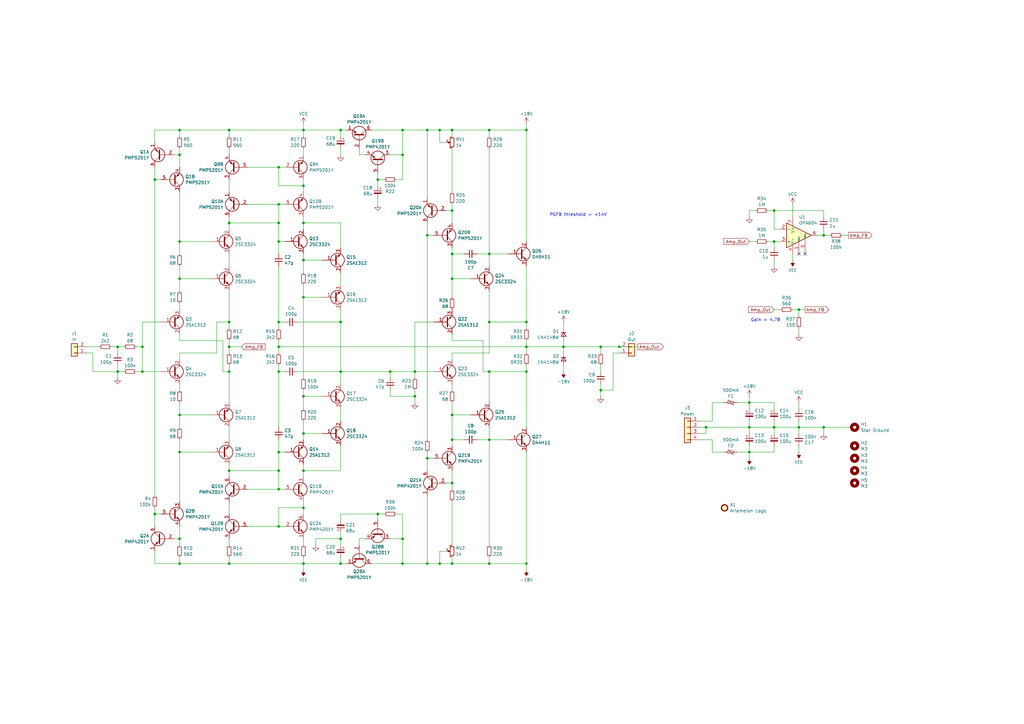
<source format=kicad_sch>
(kicad_sch (version 20230121) (generator eeschema)
  (paper "A3")
  (junction (at 215.9 152.4))
  (junction (at 139.7 132.08))
  (junction (at 124.46 177.8))
  (junction (at 165.1 231.14))
  (junction (at 185.42 53.34))
  (junction (at 246.38 142.24))
  (junction (at 93.98 193.04))
  (junction (at 185.42 86.36))
  (junction (at 200.66 152.4))
  (junction (at 139.7 231.14))
  (junction (at 200.66 132.08))
  (junction (at 317.5 175.26))
  (junction (at 160.02 152.4))
  (junction (at 215.9 132.08))
  (junction (at 73.66 231.14))
  (junction (at 180.34 53.34))
  (junction (at 139.7 152.4))
  (junction (at 307.34 185.42))
  (junction (at 337.82 175.26))
  (junction (at 154.94 210.82))
  (junction (at 114.3 142.24))
  (junction (at 175.26 231.14))
  (junction (at 73.66 99.06))
  (junction (at 254 142.24))
  (junction (at 48.26 152.4))
  (junction (at 93.98 152.4))
  (junction (at 185.42 198.12))
  (junction (at 180.34 231.14))
  (junction (at 73.66 114.3))
  (junction (at 114.3 200.66))
  (junction (at 231.14 142.24))
  (junction (at 215.9 142.24))
  (junction (at 114.3 68.58))
  (junction (at 165.1 53.34))
  (junction (at 93.98 53.34))
  (junction (at 215.9 53.34))
  (junction (at 200.66 231.14))
  (junction (at 327.66 175.26))
  (junction (at 124.46 53.34))
  (junction (at 93.98 142.24))
  (junction (at 63.5 210.82))
  (junction (at 307.34 175.26))
  (junction (at 289.56 175.26))
  (junction (at 48.26 142.24))
  (junction (at 307.34 165.1))
  (junction (at 215.9 231.14))
  (junction (at 200.66 53.34))
  (junction (at 175.26 96.52))
  (junction (at 93.98 91.44))
  (junction (at 93.98 132.08))
  (junction (at 170.18 152.4))
  (junction (at 124.46 193.04))
  (junction (at 175.26 53.34))
  (junction (at 114.3 185.42))
  (junction (at 93.98 231.14))
  (junction (at 154.94 73.66))
  (junction (at 185.42 170.18))
  (junction (at 317.5 99.06))
  (junction (at 200.66 104.14))
  (junction (at 73.66 170.18))
  (junction (at 165.1 220.98))
  (junction (at 165.1 63.5))
  (junction (at 185.42 180.34))
  (junction (at 73.66 53.34))
  (junction (at 185.42 231.14))
  (junction (at 114.3 99.06))
  (junction (at 114.3 132.08))
  (junction (at 124.46 91.44))
  (junction (at 337.82 96.52))
  (junction (at 114.3 91.44))
  (junction (at 170.18 162.56))
  (junction (at 124.46 106.68))
  (junction (at 73.66 63.5))
  (junction (at 114.3 215.9))
  (junction (at 139.7 220.98))
  (junction (at 139.7 53.34))
  (junction (at 175.26 187.96))
  (junction (at 63.5 73.66))
  (junction (at 73.66 185.42))
  (junction (at 327.66 127))
  (junction (at 124.46 162.56))
  (junction (at 124.46 231.14))
  (junction (at 200.66 180.34))
  (junction (at 317.5 86.36))
  (junction (at 185.42 114.3))
  (junction (at 124.46 76.2))
  (junction (at 124.46 208.28))
  (junction (at 58.42 152.4))
  (junction (at 114.3 152.4))
  (junction (at 114.3 193.04))
  (junction (at 114.3 83.82))
  (junction (at 185.42 104.14))
  (junction (at 58.42 142.24))
  (junction (at 73.66 220.98))
  (junction (at 246.38 160.02))
  (junction (at 124.46 121.92))
  (no_connect (at 327.66 104.14))
  (no_connect (at 330.2 104.14))
  (wire (pts (xy 307.34 175.26) (xy 317.5 175.26)))
  (wire (pts (xy 200.66 104.14) (xy 200.66 109.22)))
  (wire (pts (xy 124.46 162.56) (xy 124.46 167.64)))
  (wire (pts (xy 93.98 152.4) (xy 93.98 165.1)))
  (wire (pts (xy 48.26 142.24) (xy 50.8 142.24)))
  (wire (pts (xy 231.14 142.24) (xy 246.38 142.24)))
  (wire (pts (xy 114.3 132.08) (xy 114.3 134.62)))
  (wire (pts (xy 73.66 109.22) (xy 73.66 114.3)))
  (wire (pts (xy 114.3 185.42) (xy 116.84 185.42)))
  (wire (pts (xy 325.12 83.82) (xy 325.12 88.9)))
  (wire (pts (xy 139.7 210.82) (xy 154.94 210.82)))
  (wire (pts (xy 114.3 208.28) (xy 114.3 215.9)))
  (wire (pts (xy 307.34 162.56) (xy 307.34 165.1)))
  (wire (pts (xy 93.98 193.04) (xy 114.3 193.04)))
  (wire (pts (xy 185.42 137.16) (xy 185.42 139.7)))
  (wire (pts (xy 73.66 63.5) (xy 71.12 63.5)))
  (wire (pts (xy 124.46 177.8) (xy 124.46 180.34)))
  (wire (pts (xy 73.66 185.42) (xy 86.36 185.42)))
  (wire (pts (xy 73.66 170.18) (xy 73.66 175.26)))
  (wire (pts (xy 73.66 60.96) (xy 73.66 63.5)))
  (wire (pts (xy 73.66 78.74) (xy 73.66 99.06)))
  (wire (pts (xy 215.9 142.24) (xy 231.14 142.24)))
  (wire (pts (xy 114.3 142.24) (xy 215.9 142.24)))
  (wire (pts (xy 215.9 132.08) (xy 215.9 134.62)))
  (wire (pts (xy 180.34 58.42) (xy 180.34 53.34)))
  (wire (pts (xy 200.66 119.38) (xy 200.66 132.08)))
  (wire (pts (xy 215.9 231.14) (xy 200.66 231.14)))
  (wire (pts (xy 297.18 185.42) (xy 292.1 185.42)))
  (wire (pts (xy 139.7 167.64) (xy 139.7 172.72)))
  (wire (pts (xy 114.3 200.66) (xy 116.84 200.66)))
  (wire (pts (xy 177.8 132.08) (xy 170.18 132.08)))
  (wire (pts (xy 314.96 99.06) (xy 317.5 99.06)))
  (wire (pts (xy 114.3 185.42) (xy 114.3 193.04)))
  (wire (pts (xy 114.3 68.58) (xy 116.84 68.58)))
  (wire (pts (xy 175.26 96.52) (xy 175.26 180.34)))
  (wire (pts (xy 88.9 144.78) (xy 88.9 132.08)))
  (wire (pts (xy 63.5 68.58) (xy 63.5 73.66)))
  (wire (pts (xy 185.42 223.52) (xy 185.42 205.74)))
  (wire (pts (xy 160.02 152.4) (xy 170.18 152.4)))
  (wire (pts (xy 93.98 149.86) (xy 93.98 152.4)))
  (wire (pts (xy 58.42 142.24) (xy 58.42 152.4)))
  (wire (pts (xy 93.98 190.5) (xy 93.98 193.04)))
  (wire (pts (xy 114.3 109.22) (xy 114.3 132.08)))
  (wire (pts (xy 73.66 99.06) (xy 86.36 99.06)))
  (wire (pts (xy 185.42 144.78) (xy 200.66 144.78)))
  (wire (pts (xy 73.66 144.78) (xy 88.9 144.78)))
  (wire (pts (xy 93.98 142.24) (xy 99.06 142.24)))
  (wire (pts (xy 124.46 91.44) (xy 124.46 88.9)))
  (wire (pts (xy 185.42 86.36) (xy 182.88 86.36)))
  (wire (pts (xy 124.46 106.68) (xy 132.08 106.68)))
  (wire (pts (xy 347.98 175.26) (xy 337.82 175.26)))
  (wire (pts (xy 231.14 149.86) (xy 231.14 152.4)))
  (wire (pts (xy 185.42 165.1) (xy 185.42 170.18)))
  (wire (pts (xy 289.56 177.8) (xy 289.56 175.26)))
  (wire (pts (xy 129.54 220.98) (xy 139.7 220.98)))
  (wire (pts (xy 251.46 144.78) (xy 251.46 160.02)))
  (wire (pts (xy 307.34 86.36) (xy 307.34 88.9)))
  (wire (pts (xy 165.1 220.98) (xy 165.1 231.14)))
  (wire (pts (xy 124.46 73.66) (xy 124.46 76.2)))
  (wire (pts (xy 185.42 170.18) (xy 185.42 180.34)))
  (wire (pts (xy 185.42 193.04) (xy 185.42 198.12)))
  (wire (pts (xy 160.02 220.98) (xy 165.1 220.98)))
  (wire (pts (xy 139.7 231.14) (xy 142.24 231.14)))
  (wire (pts (xy 307.34 172.72) (xy 307.34 175.26)))
  (wire (pts (xy 139.7 127) (xy 139.7 132.08)))
  (wire (pts (xy 139.7 193.04) (xy 124.46 193.04)))
  (wire (pts (xy 73.66 231.14) (xy 93.98 231.14)))
  (wire (pts (xy 200.66 152.4) (xy 215.9 152.4)))
  (wire (pts (xy 231.14 142.24) (xy 231.14 144.78)))
  (wire (pts (xy 330.2 127) (xy 327.66 127)))
  (wire (pts (xy 327.66 172.72) (xy 327.66 175.26)))
  (wire (pts (xy 185.42 180.34) (xy 190.5 180.34)))
  (wire (pts (xy 165.1 63.5) (xy 165.1 73.66)))
  (wire (pts (xy 185.42 180.34) (xy 185.42 182.88)))
  (wire (pts (xy 139.7 53.34) (xy 142.24 53.34)))
  (wire (pts (xy 124.46 190.5) (xy 124.46 193.04)))
  (wire (pts (xy 160.02 63.5) (xy 165.1 63.5)))
  (wire (pts (xy 302.26 165.1) (xy 307.34 165.1)))
  (wire (pts (xy 314.96 86.36) (xy 317.5 86.36)))
  (wire (pts (xy 327.66 134.62) (xy 327.66 137.16)))
  (wire (pts (xy 200.66 53.34) (xy 215.9 53.34)))
  (wire (pts (xy 124.46 223.52) (xy 124.46 220.98)))
  (wire (pts (xy 73.66 165.1) (xy 73.66 170.18)))
  (wire (pts (xy 246.38 157.48) (xy 246.38 160.02)))
  (wire (pts (xy 101.6 215.9) (xy 114.3 215.9)))
  (wire (pts (xy 93.98 119.38) (xy 93.98 132.08)))
  (wire (pts (xy 337.82 96.52) (xy 335.28 96.52)))
  (wire (pts (xy 185.42 60.96) (xy 185.42 78.74)))
  (wire (pts (xy 73.66 185.42) (xy 73.66 205.74)))
  (wire (pts (xy 182.88 226.06) (xy 180.34 226.06)))
  (wire (pts (xy 101.6 200.66) (xy 114.3 200.66)))
  (wire (pts (xy 325.12 127) (xy 327.66 127)))
  (wire (pts (xy 124.46 76.2) (xy 114.3 76.2)))
  (wire (pts (xy 93.98 53.34) (xy 93.98 55.88)))
  (wire (pts (xy 58.42 152.4) (xy 66.04 152.4)))
  (wire (pts (xy 170.18 162.56) (xy 170.18 165.1)))
  (wire (pts (xy 139.7 111.76) (xy 139.7 116.84)))
  (wire (pts (xy 139.7 60.96) (xy 139.7 63.5)))
  (wire (pts (xy 327.66 182.88) (xy 327.66 185.42)))
  (wire (pts (xy 154.94 210.82) (xy 154.94 213.36)))
  (wire (pts (xy 93.98 175.26) (xy 93.98 180.34)))
  (wire (pts (xy 317.5 127) (xy 320.04 127)))
  (wire (pts (xy 180.34 226.06) (xy 180.34 231.14)))
  (wire (pts (xy 327.66 165.1) (xy 327.66 167.64)))
  (wire (pts (xy 175.26 91.44) (xy 175.26 96.52)))
  (wire (pts (xy 287.02 177.8) (xy 289.56 177.8)))
  (wire (pts (xy 73.66 53.34) (xy 93.98 53.34)))
  (wire (pts (xy 124.46 116.84) (xy 124.46 121.92)))
  (wire (pts (xy 114.3 83.82) (xy 114.3 91.44)))
  (wire (pts (xy 63.5 210.82) (xy 63.5 208.28)))
  (wire (pts (xy 215.9 139.7) (xy 215.9 142.24)))
  (wire (pts (xy 200.66 152.4) (xy 200.66 165.1)))
  (wire (pts (xy 185.42 114.3) (xy 185.42 121.92)))
  (wire (pts (xy 215.9 231.14) (xy 215.9 233.68)))
  (wire (pts (xy 289.56 175.26) (xy 307.34 175.26)))
  (wire (pts (xy 185.42 147.32) (xy 185.42 144.78)))
  (wire (pts (xy 124.46 193.04) (xy 124.46 195.58)))
  (wire (pts (xy 114.3 152.4) (xy 114.3 175.26)))
  (wire (pts (xy 317.5 182.88) (xy 317.5 185.42)))
  (wire (pts (xy 114.3 139.7) (xy 114.3 142.24)))
  (wire (pts (xy 317.5 106.68) (xy 317.5 109.22)))
  (wire (pts (xy 175.26 203.2) (xy 175.26 231.14)))
  (wire (pts (xy 246.38 160.02) (xy 246.38 162.56)))
  (wire (pts (xy 307.34 165.1) (xy 307.34 167.64)))
  (wire (pts (xy 86.36 114.3) (xy 73.66 114.3)))
  (wire (pts (xy 124.46 231.14) (xy 124.46 228.6)))
  (wire (pts (xy 73.66 99.06) (xy 73.66 104.14)))
  (wire (pts (xy 185.42 101.6) (xy 185.42 104.14)))
  (wire (pts (xy 317.5 167.64) (xy 317.5 165.1)))
  (wire (pts (xy 73.66 114.3) (xy 73.66 119.38)))
  (wire (pts (xy 58.42 132.08) (xy 58.42 142.24)))
  (wire (pts (xy 337.82 96.52) (xy 340.36 96.52)))
  (wire (pts (xy 170.18 152.4) (xy 177.8 152.4)))
  (wire (pts (xy 124.46 208.28) (xy 114.3 208.28)))
  (wire (pts (xy 88.9 132.08) (xy 93.98 132.08)))
  (wire (pts (xy 200.66 55.88) (xy 200.66 53.34)))
  (wire (pts (xy 254 144.78) (xy 251.46 144.78)))
  (wire (pts (xy 307.34 175.26) (xy 307.34 177.8)))
  (wire (pts (xy 73.66 63.5) (xy 73.66 68.58)))
  (wire (pts (xy 124.46 231.14) (xy 124.46 233.68)))
  (wire (pts (xy 124.46 210.82) (xy 124.46 208.28)))
  (wire (pts (xy 337.82 93.98) (xy 337.82 96.52)))
  (wire (pts (xy 124.46 106.68) (xy 124.46 111.76)))
  (wire (pts (xy 139.7 220.98) (xy 139.7 223.52)))
  (wire (pts (xy 73.66 139.7) (xy 91.44 139.7)))
  (wire (pts (xy 185.42 86.36) (xy 185.42 91.44)))
  (wire (pts (xy 114.3 215.9) (xy 116.84 215.9)))
  (wire (pts (xy 91.44 152.4) (xy 93.98 152.4)))
  (wire (pts (xy 182.88 58.42) (xy 180.34 58.42)))
  (wire (pts (xy 170.18 160.02) (xy 170.18 162.56)))
  (wire (pts (xy 165.1 210.82) (xy 162.56 210.82)))
  (wire (pts (xy 307.34 182.88) (xy 307.34 185.42)))
  (wire (pts (xy 124.46 162.56) (xy 132.08 162.56)))
  (wire (pts (xy 185.42 198.12) (xy 182.88 198.12)))
  (wire (pts (xy 93.98 104.14) (xy 93.98 109.22)))
  (wire (pts (xy 200.66 228.6) (xy 200.66 231.14)))
  (wire (pts (xy 124.46 106.68) (xy 124.46 104.14)))
  (wire (pts (xy 63.5 73.66) (xy 66.04 73.66)))
  (wire (pts (xy 147.32 220.98) (xy 149.86 220.98)))
  (wire (pts (xy 317.5 99.06) (xy 320.04 99.06)))
  (wire (pts (xy 93.98 91.44) (xy 93.98 93.98)))
  (wire (pts (xy 93.98 60.96) (xy 93.98 63.5)))
  (wire (pts (xy 200.66 180.34) (xy 200.66 223.52)))
  (wire (pts (xy 139.7 182.88) (xy 139.7 193.04)))
  (wire (pts (xy 101.6 83.82) (xy 114.3 83.82)))
  (wire (pts (xy 246.38 142.24) (xy 246.38 144.78)))
  (wire (pts (xy 154.94 81.28) (xy 154.94 83.82)))
  (wire (pts (xy 292.1 185.42) (xy 292.1 180.34)))
  (wire (pts (xy 165.1 231.14) (xy 152.4 231.14)))
  (wire (pts (xy 55.88 142.24) (xy 58.42 142.24)))
  (wire (pts (xy 317.5 175.26) (xy 327.66 175.26)))
  (wire (pts (xy 170.18 154.94) (xy 170.18 152.4)))
  (wire (pts (xy 180.34 231.14) (xy 185.42 231.14)))
  (wire (pts (xy 91.44 139.7) (xy 91.44 152.4)))
  (wire (pts (xy 337.82 177.8) (xy 337.82 175.26)))
  (wire (pts (xy 337.82 175.26) (xy 327.66 175.26)))
  (wire (pts (xy 114.3 99.06) (xy 116.84 99.06)))
  (wire (pts (xy 337.82 86.36) (xy 317.5 86.36)))
  (wire (pts (xy 287.02 172.72) (xy 292.1 172.72)))
  (wire (pts (xy 114.3 83.82) (xy 116.84 83.82)))
  (wire (pts (xy 185.42 157.48) (xy 185.42 160.02)))
  (wire (pts (xy 124.46 76.2) (xy 124.46 78.74)))
  (wire (pts (xy 73.66 137.16) (xy 73.66 139.7)))
  (wire (pts (xy 63.5 231.14) (xy 73.66 231.14)))
  (wire (pts (xy 124.46 177.8) (xy 132.08 177.8)))
  (wire (pts (xy 147.32 60.96) (xy 147.32 63.5)))
  (wire (pts (xy 200.66 132.08) (xy 215.9 132.08)))
  (wire (pts (xy 93.98 91.44) (xy 114.3 91.44)))
  (wire (pts (xy 124.46 91.44) (xy 124.46 93.98)))
  (wire (pts (xy 177.8 187.96) (xy 175.26 187.96)))
  (wire (pts (xy 195.58 180.34) (xy 200.66 180.34)))
  (wire (pts (xy 139.7 152.4) (xy 139.7 157.48)))
  (wire (pts (xy 200.66 175.26) (xy 200.66 180.34)))
  (wire (pts (xy 307.34 165.1) (xy 317.5 165.1)))
  (wire (pts (xy 327.66 175.26) (xy 327.66 177.8)))
  (wire (pts (xy 55.88 152.4) (xy 58.42 152.4)))
  (wire (pts (xy 292.1 172.72) (xy 292.1 165.1)))
  (wire (pts (xy 185.42 104.14) (xy 185.42 114.3)))
  (wire (pts (xy 93.98 73.66) (xy 93.98 78.74)))
  (wire (pts (xy 185.42 53.34) (xy 185.42 55.88)))
  (wire (pts (xy 124.46 231.14) (xy 139.7 231.14)))
  (wire (pts (xy 215.9 149.86) (xy 215.9 152.4)))
  (wire (pts (xy 200.66 144.78) (xy 200.66 132.08)))
  (wire (pts (xy 124.46 121.92) (xy 132.08 121.92)))
  (wire (pts (xy 93.98 193.04) (xy 93.98 195.58)))
  (wire (pts (xy 215.9 142.24) (xy 215.9 144.78)))
  (wire (pts (xy 317.5 86.36) (xy 317.5 93.98)))
  (wire (pts (xy 45.72 142.24) (xy 48.26 142.24)))
  (wire (pts (xy 93.98 88.9) (xy 93.98 91.44)))
  (wire (pts (xy 114.3 99.06) (xy 114.3 104.14)))
  (wire (pts (xy 154.94 73.66) (xy 154.94 71.12)))
  (wire (pts (xy 231.14 132.08) (xy 231.14 134.62)))
  (wire (pts (xy 185.42 104.14) (xy 190.5 104.14)))
  (wire (pts (xy 114.3 200.66) (xy 114.3 193.04)))
  (wire (pts (xy 246.38 149.86) (xy 246.38 152.4)))
  (wire (pts (xy 124.46 172.72) (xy 124.46 177.8)))
  (wire (pts (xy 165.1 53.34) (xy 152.4 53.34)))
  (wire (pts (xy 185.42 53.34) (xy 200.66 53.34)))
  (wire (pts (xy 185.42 198.12) (xy 185.42 200.66)))
  (wire (pts (xy 154.94 73.66) (xy 154.94 76.2)))
  (wire (pts (xy 215.9 50.8) (xy 215.9 53.34)))
  (wire (pts (xy 124.46 53.34) (xy 139.7 53.34)))
  (wire (pts (xy 175.26 187.96) (xy 175.26 193.04)))
  (wire (pts (xy 165.1 63.5) (xy 165.1 53.34)))
  (wire (pts (xy 139.7 210.82) (xy 139.7 213.36)))
  (wire (pts (xy 93.98 231.14) (xy 124.46 231.14)))
  (wire (pts (xy 139.7 91.44) (xy 124.46 91.44)))
  (wire (pts (xy 124.46 121.92) (xy 124.46 154.94)))
  (wire (pts (xy 231.14 139.7) (xy 231.14 142.24)))
  (wire (pts (xy 147.32 63.5) (xy 149.86 63.5)))
  (wire (pts (xy 73.66 215.9) (xy 73.66 220.98)))
  (wire (pts (xy 327.66 127) (xy 327.66 129.54)))
  (wire (pts (xy 165.1 231.14) (xy 175.26 231.14)))
  (wire (pts (xy 93.98 231.14) (xy 93.98 228.6)))
  (wire (pts (xy 73.66 53.34) (xy 73.66 55.88)))
  (wire (pts (xy 287.02 180.34) (xy 292.1 180.34)))
  (wire (pts (xy 48.26 152.4) (xy 48.26 149.86)))
  (wire (pts (xy 215.9 152.4) (xy 215.9 175.26)))
  (wire (pts (xy 246.38 142.24) (xy 254 142.24)))
  (wire (pts (xy 170.18 132.08) (xy 170.18 152.4)))
  (wire (pts (xy 66.04 210.82) (xy 63.5 210.82)))
  (wire (pts (xy 200.66 104.14) (xy 208.28 104.14)))
  (wire (pts (xy 287.02 175.26) (xy 289.56 175.26)))
  (wire (pts (xy 73.66 147.32) (xy 73.66 144.78)))
  (wire (pts (xy 73.66 170.18) (xy 86.36 170.18)))
  (wire (pts (xy 124.46 60.96) (xy 124.46 63.5)))
  (wire (pts (xy 317.5 175.26) (xy 317.5 177.8)))
  (wire (pts (xy 38.1 144.78) (xy 38.1 152.4)))
  (wire (pts (xy 63.5 73.66) (xy 63.5 203.2)))
  (wire (pts (xy 165.1 73.66) (xy 162.56 73.66)))
  (wire (pts (xy 114.3 142.24) (xy 114.3 144.78)))
  (wire (pts (xy 147.32 223.52) (xy 147.32 220.98)))
  (wire (pts (xy 116.84 152.4) (xy 114.3 152.4)))
  (wire (pts (xy 165.1 220.98) (xy 165.1 210.82)))
  (wire (pts (xy 73.66 124.46) (xy 73.66 127)))
  (wire (pts (xy 170.18 162.56) (xy 160.02 162.56)))
  (wire (pts (xy 121.92 152.4) (xy 139.7 152.4)))
  (wire (pts (xy 347.98 96.52) (xy 345.44 96.52)))
  (wire (pts (xy 165.1 53.34) (xy 175.26 53.34)))
  (wire (pts (xy 215.9 185.42) (xy 215.9 231.14)))
  (wire (pts (xy 93.98 142.24) (xy 93.98 144.78)))
  (wire (pts (xy 121.92 132.08) (xy 139.7 132.08)))
  (wire (pts (xy 320.04 93.98) (xy 317.5 93.98)))
  (wire (pts (xy 325.12 104.14) (xy 325.12 106.68)))
  (wire (pts (xy 139.7 152.4) (xy 160.02 152.4)))
  (wire (pts (xy 114.3 132.08) (xy 116.84 132.08)))
  (wire (pts (xy 73.66 220.98) (xy 71.12 220.98)))
  (wire (pts (xy 114.3 149.86) (xy 114.3 152.4)))
  (wire (pts (xy 175.26 53.34) (xy 180.34 53.34)))
  (wire (pts (xy 48.26 152.4) (xy 50.8 152.4)))
  (wire (pts (xy 48.26 142.24) (xy 48.26 144.78)))
  (wire (pts (xy 63.5 53.34) (xy 73.66 53.34)))
  (wire (pts (xy 160.02 152.4) (xy 160.02 154.94)))
  (wire (pts (xy 93.98 53.34) (xy 124.46 53.34)))
  (wire (pts (xy 160.02 162.56) (xy 160.02 160.02)))
  (wire (pts (xy 38.1 152.4) (xy 48.26 152.4)))
  (wire (pts (xy 73.66 220.98) (xy 73.66 223.52)))
  (wire (pts (xy 63.5 226.06) (xy 63.5 231.14)))
  (wire (pts (xy 175.26 96.52) (xy 177.8 96.52)))
  (wire (pts (xy 254 142.24) (xy 261.62 142.24)))
  (wire (pts (xy 139.7 101.6) (xy 139.7 91.44)))
  (wire (pts (xy 73.66 157.48) (xy 73.66 160.02)))
  (wire (pts (xy 35.56 144.78) (xy 38.1 144.78)))
  (wire (pts (xy 317.5 172.72) (xy 317.5 175.26)))
  (wire (pts (xy 337.82 86.36) (xy 337.82 88.9)))
  (wire (pts (xy 139.7 132.08) (xy 139.7 152.4)))
  (wire (pts (xy 175.26 53.34) (xy 175.26 81.28)))
  (wire (pts (xy 215.9 109.22) (xy 215.9 132.08)))
  (wire (pts (xy 93.98 210.82) (xy 93.98 205.74)))
  (wire (pts (xy 93.98 139.7) (xy 93.98 142.24)))
  (wire (pts (xy 157.48 73.66) (xy 154.94 73.66)))
  (wire (pts (xy 73.66 180.34) (xy 73.66 185.42)))
  (wire (pts (xy 101.6 68.58) (xy 114.3 68.58)))
  (wire (pts (xy 307.34 185.42) (xy 317.5 185.42)))
  (wire (pts (xy 175.26 231.14) (xy 180.34 231.14)))
  (wire (pts (xy 93.98 132.08) (xy 93.98 134.62)))
  (wire (pts (xy 185.42 139.7) (xy 198.12 139.7)))
  (wire (pts (xy 66.04 132.08) (xy 58.42 132.08)))
  (wire (pts (xy 309.88 99.06) (xy 307.34 99.06)))
  (wire (pts (xy 292.1 165.1) (xy 297.18 165.1)))
  (wire (pts (xy 185.42 231.14) (xy 200.66 231.14)))
  (wire (pts (xy 198.12 152.4) (xy 200.66 152.4)))
  (wire (pts (xy 139.7 231.14) (xy 139.7 228.6)))
  (wire (pts (xy 129.54 220.98) (xy 129.54 223.52)))
  (wire (pts (xy 198.12 139.7) (xy 198.12 152.4)))
  (wire (pts (xy 139.7 218.44) (xy 139.7 220.98)))
  (wire (pts (xy 185.42 231.14) (xy 185.42 228.6)))
  (wire (pts (xy 200.66 180.34) (xy 208.28 180.34)))
  (wire (pts (xy 124.46 160.02) (xy 124.46 162.56)))
  (wire (pts (xy 309.88 86.36) (xy 307.34 86.36)))
  (wire (pts (xy 63.5 210.82) (xy 63.5 215.9)))
  (wire (pts (xy 185.42 83.82) (xy 185.42 86.36)))
  (wire (pts (xy 307.34 185.42) (xy 302.26 185.42)))
  (wire (pts (xy 246.38 160.02) (xy 251.46 160.02)))
  (wire (pts (xy 63.5 58.42) (xy 63.5 53.34)))
  (wire (pts (xy 124.46 55.88) (xy 124.46 53.34)))
  (wire (pts (xy 195.58 104.14) (xy 200.66 104.14)))
  (wire (pts (xy 317.5 99.06) (xy 317.5 101.6)))
  (wire (pts (xy 48.26 152.4) (xy 48.26 154.94)))
  (wire (pts (xy 93.98 223.52) (xy 93.98 220.98)))
  (wire (pts (xy 175.26 185.42) (xy 175.26 187.96)))
  (wire (pts (xy 114.3 180.34) (xy 114.3 185.42)))
  (wire (pts (xy 124.46 50.8) (xy 124.46 53.34)))
  (wire (pts (xy 215.9 53.34) (xy 215.9 99.06)))
  (wire (pts (xy 185.42 170.18) (xy 193.04 170.18)))
  (wire (pts (xy 200.66 104.14) (xy 200.66 60.96)))
  (wire (pts (xy 124.46 208.28) (xy 124.46 205.74)))
  (wire (pts (xy 180.34 53.34) (xy 185.42 53.34)))
  (wire (pts (xy 139.7 53.34) (xy 139.7 55.88)))
  (wire (pts (xy 114.3 91.44) (xy 114.3 99.06)))
  (wire (pts (xy 193.04 114.3) (xy 185.42 114.3)))
  (wire (pts (xy 35.56 142.24) (xy 40.64 142.24)))
  (wire (pts (xy 307.34 185.42) (xy 307.34 187.96)))
  (wire (pts (xy 73.66 231.14) (xy 73.66 228.6)))
  (wire (pts (xy 114.3 76.2) (xy 114.3 68.58)))
  (wire (pts (xy 157.48 210.82) (xy 154.94 210.82)))
  (text "PGFB threshold = +14V" (at 248.92 88.9 0) (effects (font (size 1.27 1.27)) (justify right bottom)))
  (text "Gain = 4.78" (at 320.04 132.08 0) (effects (font (size 1.27 1.27)) (justify right bottom)))
  (global_label "Amp_FB" (shape input) (at 99.06 142.24 0) (property "Intersheetrefs" "${INTERSHEET_REFS}" (effects hide)))
  (global_label "Amp_FB" (shape output) (at 330.2 127 0) (property "Intersheetrefs" "${INTERSHEET_REFS}" (effects hide)))
  (global_label "Amp_Out" (shape input) (at 317.5 127 180) (property "Intersheetrefs" "${INTERSHEET_REFS}" (effects hide)))
  (global_label "Amp_FB" (shape output) (at 347.98 96.52 0) (property "Intersheetrefs" "${INTERSHEET_REFS}" (effects hide)))
  (global_label "Amp_Out" (shape input) (at 307.34 99.06 180) (property "Intersheetrefs" "${INTERSHEET_REFS}" (effects hide)))
  (global_label "Amp_Out" (shape output) (at 261.62 142.24 0) (property "Intersheetrefs" "${INTERSHEET_REFS}" (effects hide)))
  (symbol (lib_id "Device:Polyfuse_Small") (at 299.72 165.1 90) (mirror x) (unit 1)
    (property "Reference" "F1" (at 299.72 162.4909 90))
    (property "Value" "500mA" (at 299.72 160.0667 90))
    (property "Footprint" "Ariamelon-Device:Fuse_1206_3216Metric" (effects hide))
    (property "Manufacturer No." "1206L050/24WR" (effects hide))
  )
  (symbol (lib_id "Device:R_Small") (at 53.34 152.4 270) (mirror x) (unit 1)
    (property "Reference" "R3" (at 53.34 147.5191 90))
    (property "Value" "100k" (at 53.34 149.9433 90))
    (property "Footprint" "Resistor_SMD:R_MiniMELF_MMA-0204" (effects hide))
  )
  (symbol (lib_id "Device:R_Small") (at 73.66 121.92 0) (mirror x) (unit 1)
    (property "Reference" "R7" (at 72.1614 120.7079 0) (effects (justify right)))
    (property "Value" "10" (at 72.1614 123.1321 0) (effects (justify right)))
    (property "Footprint" "Resistor_SMD:R_MiniMELF_MMA-0204" (effects hide))
  )
  (symbol (lib_id "Device:R_Small") (at 342.9 96.52 90) (unit 1)
    (property "Reference" "R38" (at 342.9 98.9767 90))
    (property "Value" "100k" (at 342.9 101.4009 90))
    (property "Footprint" "Resistor_SMD:R_MiniMELF_MMA-0204" (effects hide))
  )
  (symbol (lib_id "power:GND") (at 139.7 63.5 0) (mirror y) (unit 1)
    (property "Reference" "#PWR017" (effects hide))
    (property "Value" "GND" (effects hide))
  )
  (symbol (lib_id "Device:R_Small") (at 124.46 114.3 0) (unit 1)
    (property "Reference" "R18" (at 125.9586 113.0879 0) (effects (justify left)))
    (property "Value" "220" (at 125.9586 115.5121 0) (effects (justify left)))
    (property "Footprint" "Resistor_SMD:R_MiniMELF_MMA-0204" (effects hide))
  )
  (symbol (lib_id "Device:R_Small") (at 185.42 124.46 0) (mirror x) (unit 1)
    (property "Reference" "R26" (at 183.9214 123.2479 0) (effects (justify right)))
    (property "Value" "68" (at 183.9214 125.6721 0) (effects (justify right)))
    (property "Footprint" "Resistor_SMD:R_MiniMELF_MMA-0204" (effects hide))
  )
  (symbol (lib_id "Mechanical:MountingHole") (at 350.52 193.04 0) (unit 1) (in_bom no)
    (property "Reference" "H4" (at 353.06 191.8279 0) (effects (justify left)))
    (property "Value" "M3" (at 353.06 194.2521 0) (effects (justify left)))
    (property "Footprint" "MountingHole:MountingHole_3.2mm_M3_Pad" (effects hide))
  )
  (symbol (lib_id "Device:R_Small") (at 43.18 142.24 270) (mirror x) (unit 1)
    (property "Reference" "R1" (at 43.18 137.3591 90))
    (property "Value" "2k2" (at 43.18 139.7833 90))
    (property "Footprint" "Resistor_SMD:R_MiniMELF_MMA-0204" (effects hide))
  )
  (symbol (lib_id "Transistor_BJT:BC857BS") (at 177.8 86.36 180) (unit 1)
    (property "Reference" "Q20" (at 172.9486 85.1479 0) (effects (justify left)))
    (property "Value" "PMP5201Y" (at 172.9486 87.5721 0) (effects (justify left)))
    (property "Footprint" "Ariamelon-Package:SOT-363_SC-70-6" (effects hide))
    (property "Datasheet" "https://assets.nexperia.com/documents/data-sheet/BC857BS.pdf" (effects hide))
    (property "Manufacturer No." "PMP5201Y" (effects hide))
  )
  (symbol (lib_id "Device:C_Small") (at 119.38 152.4 90) (unit 1)
    (property "Reference" "C5" (at 119.3863 146.6936 90))
    (property "Value" "100p" (at 119.3863 149.1178 90))
    (property "Footprint" "Ariamelon-Device:C_0805_2012Metric" (effects hide))
    (property "Manufacturer No." "08052U101FAT2A" (effects hide))
  )
  (symbol (lib_id "Transistor_BJT:BC847BS") (at 147.32 55.88 270) (mirror x) (unit 1)
    (property "Reference" "Q19" (at 147.32 47.6463 90))
    (property "Value" "PMP4201Y" (at 147.32 50.0705 90))
    (property "Footprint" "Ariamelon-Package:SOT-363_SC-70-6" (effects hide))
    (property "Datasheet" "https://assets.nexperia.com/documents/data-sheet/BC847BS.pdf" (effects hide))
    (property "Manufacturer No." "PMP4201Y" (effects hide))
  )
  (symbol (lib_id "Device:R_Small") (at 322.58 127 270) (mirror x) (unit 1)
    (property "Reference" "R36" (at 322.58 122.1191 90))
    (property "Value" "560" (at 322.58 124.5433 90))
    (property "Footprint" "Resistor_SMD:R_MiniMELF_MMA-0204" (effects hide))
  )
  (symbol (lib_id "Device:Q_NPN_BCE") (at 213.36 180.34 0) (unit 1)
    (property "Reference" "Q27" (at 218.2114 179.1279 0) (effects (justify left)))
    (property "Value" "D44H11" (at 218.2114 181.5521 0) (effects (justify left)))
    (property "Footprint" "Ariamelon-Package:TO-220-3_Horizontal_TabUp" (effects hide))
  )
  (symbol (lib_id "Device:Q_NPN_BCE") (at 137.16 162.56 0) (unit 1)
    (property "Reference" "Q17" (at 142.0114 161.3479 0) (effects (justify left)))
    (property "Value" "2SC3324" (at 142.0114 163.7721 0) (effects (justify left)))
    (property "Footprint" "Ariamelon-Package:SOT-23-3" (effects hide))
    (property "Manufacturer No." "2SC3324-BL" (effects hide))
  )
  (symbol (lib_id "Transistor_BJT:BC857BS") (at 66.04 63.5 180) (unit 1)
    (property "Reference" "Q1" (at 61.1886 62.2879 0) (effects (justify left)))
    (property "Value" "PMP5201Y" (at 61.1886 64.7121 0) (effects (justify left)))
    (property "Footprint" "Ariamelon-Package:SOT-363_SC-70-6" (effects hide))
    (property "Datasheet" "https://assets.nexperia.com/documents/data-sheet/BC857BS.pdf" (effects hide))
    (property "Manufacturer No." "PMP5201Y" (effects hide))
  )
  (symbol (lib_id "power:VCC") (at 325.12 83.82 0) (unit 1)
    (property "Reference" "#PWR023" (effects hide))
    (property "Value" "VCC" (at 325.12 79.6869 0))
  )
  (symbol (lib_id "Transistor_BJT:BC847BS") (at 96.52 215.9 0) (mirror y) (unit 2)
    (property "Reference" "Q12" (at 91.6686 214.6879 0) (effects (justify left)))
    (property "Value" "PMP4201Y" (at 91.6686 217.1121 0) (effects (justify left)))
    (property "Footprint" "Package_TO_SOT_SMD:SOT-363_SC-70-6" (effects hide))
    (property "Datasheet" "https://assets.nexperia.com/documents/data-sheet/BC847BS.pdf" (effects hide))
    (property "Manufacturer No." "PMP4201Y" (effects hide))
  )
  (symbol (lib_id "Transistor_BJT:BC847BS") (at 182.88 187.96 0) (unit 2)
    (property "Reference" "Q21" (at 187.7314 186.7479 0) (effects (justify left)))
    (property "Value" "PMP4201Y" (at 187.7314 189.1721 0) (effects (justify left)))
    (property "Footprint" "Ariamelon-Package:SOT-363_SC-70-6" (effects hide))
    (property "Datasheet" "https://assets.nexperia.com/documents/data-sheet/BC847BS.pdf" (effects hide))
    (property "Manufacturer No." "PMP4201Y" (effects hide))
  )
  (symbol (lib_id "Device:Q_NPN_BCE") (at 137.16 177.8 0) (unit 1)
    (property "Reference" "Q18" (at 142.0114 176.5879 0) (effects (justify left)))
    (property "Value" "2SC3324" (at 142.0114 179.0121 0) (effects (justify left)))
    (property "Footprint" "Ariamelon-Package:SOT-23-3" (effects hide))
    (property "Manufacturer No." "2SC3324-BL" (effects hide))
  )
  (symbol (lib_id "Device:R_Potentiometer_Small") (at 185.42 58.42 0) (mirror y) (unit 1)
    (property "Reference" "RV1" (at 186.944 57.2079 0) (effects (justify right)))
    (property "Value" "1k" (at 186.944 59.6321 0) (effects (justify right)))
    (property "Footprint" "Potentiometer_THT:Potentiometer_Bourns_3266W_Vertical" (effects hide))
  )
  (symbol (lib_id "Device:C_Small") (at 48.26 147.32 0) (mirror x) (unit 1)
    (property "Reference" "C1" (at 45.936 146.1015 0) (effects (justify right)))
    (property "Value" "100p" (at 45.936 148.5257 0) (effects (justify right)))
    (property "Footprint" "Ariamelon-Device:C_0805_2012Metric" (effects hide))
    (property "Manufacturer No." "08052U101FAT2A" (effects hide))
  )
  (symbol (lib_id "Ariamelon-Power:-18V") (at 307.34 187.96 180) (unit 1)
    (property "Reference" "#PWR010" (effects hide))
    (property "Value" "-18V" (at 307.34 192.0931 0))
  )
  (symbol (lib_id "Ariamelon-Power:+18V") (at 307.34 162.56 0) (unit 1)
    (property "Reference" "#PWR04" (effects hide))
    (property "Value" "+18V" (at 307.34 158.4269 0))
  )
  (symbol (lib_id "Device:R_Small") (at 200.66 226.06 180) (unit 1)
    (property "Reference" "R30" (at 202.1586 224.8479 0) (effects (justify right)))
    (property "Value" "220" (at 202.1586 227.2721 0) (effects (justify right)))
    (property "Footprint" "Resistor_SMD:R_MiniMELF_MMA-0204" (effects hide))
  )
  (symbol (lib_id "Transistor_BJT:BC857BS") (at 154.94 218.44 270) (unit 2)
    (property "Reference" "Q28" (at 154.94 224.2495 90))
    (property "Value" "PMP5201Y" (at 154.94 226.6737 90))
    (property "Footprint" "Ariamelon-Package:SOT-363_SC-70-6" (effects hide))
    (property "Datasheet" "https://assets.nexperia.com/documents/data-sheet/BC857BS.pdf" (effects hide))
    (property "Manufacturer No." "PMP5201Y" (effects hide))
  )
  (symbol (lib_id "Device:R_Small") (at 327.66 132.08 0) (mirror y) (unit 1)
    (property "Reference" "R37" (at 326.1614 130.8679 0) (effects (justify left)))
    (property "Value" "150" (at 326.1614 133.2921 0) (effects (justify left)))
    (property "Footprint" "Resistor_SMD:R_MiniMELF_MMA-0204" (effects hide))
  )
  (symbol (lib_id "Device:R_Small") (at 312.42 86.36 90) (mirror x) (unit 1)
    (property "Reference" "R34" (at 312.42 81.4791 90))
    (property "Value" "1M" (at 312.42 83.9033 90))
    (property "Footprint" "Resistor_SMD:R_MiniMELF_MMA-0204" (effects hide))
  )
  (symbol (lib_id "power:VCC") (at 327.66 165.1 0) (unit 1)
    (property "Reference" "#PWR014" (effects hide))
    (property "Value" "VCC" (at 327.66 160.9669 0))
  )
  (symbol (lib_id "Transistor_BJT:BC857BS") (at 121.92 83.82 0) (mirror x) (unit 2)
    (property "Reference" "Q10" (at 126.7714 82.6079 0) (effects (justify left)))
    (property "Value" "PMP5201Y" (at 126.7714 85.0321 0) (effects (justify left)))
    (property "Footprint" "Ariamelon-Package:SOT-363_SC-70-6" (effects hide))
    (property "Datasheet" "https://assets.nexperia.com/documents/data-sheet/BC857BS.pdf" (effects hide))
    (property "Manufacturer No." "PMP5201Y" (effects hide))
  )
  (symbol (lib_id "Device:R_Small") (at 124.46 157.48 180) (unit 1)
    (property "Reference" "R19" (at 125.9586 156.2679 0) (effects (justify right)))
    (property "Value" "100k" (at 125.9586 158.6921 0) (effects (justify right)))
    (property "Footprint" "Resistor_SMD:R_MiniMELF_MMA-0204" (effects hide))
  )
  (symbol (lib_id "Device:R_Small") (at 114.3 147.32 0) (mirror x) (unit 1)
    (property "Reference" "R16" (at 112.8014 146.1079 0) (effects (justify right)))
    (property "Value" "2k2" (at 112.8014 148.5321 0) (effects (justify right)))
    (property "Footprint" "Resistor_SMD:R_MiniMELF_MMA-0204" (effects hide))
  )
  (symbol (lib_id "Device:C_Polarized_Small") (at 139.7 226.06 0) (mirror y) (unit 1)
    (property "Reference" "C20" (at 137.541 224.3018 0) (effects (justify left)))
    (property "Value" "68u" (at 137.541 226.726 0) (effects (justify left)))
    (property "Footprint" "Capacitor_THT:CP_Radial_D5.0mm_P2.00mm" (effects hide))
    (property "Manufacturer No." "EEU-FR1E680" (effects hide))
  )
  (symbol (lib_id "Device:C_Polarized_Small") (at 307.34 180.34 0) (unit 1)
    (property "Reference" "C13" (at 309.499 178.5818 0) (effects (justify left)))
    (property "Value" "100u" (at 309.499 181.006 0) (effects (justify left)))
    (property "Footprint" "Capacitor_THT:CP_Radial_D6.3mm_P2.50mm" (effects hide))
    (property "Manufacturer No." "EEU-FR1E151" (effects hide))
  )
  (symbol (lib_id "Device:R_Small") (at 185.42 81.28 0) (mirror y) (unit 1)
    (property "Reference" "R25" (at 186.9186 80.0679 0) (effects (justify right)))
    (property "Value" "220" (at 186.9186 82.4921 0) (effects (justify right)))
    (property "Footprint" "Resistor_SMD:R_MiniMELF_MMA-0204" (effects hide))
  )
  (symbol (lib_id "Device:D_Small") (at 231.14 137.16 90) (mirror x) (unit 1)
    (property "Reference" "D1" (at 229.362 135.9479 90) (effects (justify left)))
    (property "Value" "1N4148W" (at 229.362 138.3721 90) (effects (justify left)))
    (property "Footprint" "Ariamelon-Device:D_SOD-123" (effects hide))
    (property "Manufacturer No." "MMSD4148T3G" (effects hide))
  )
  (symbol (lib_id "Device:Q_NPN_BCE") (at 182.88 152.4 0) (unit 1)
    (property "Reference" "Q23" (at 187.7314 151.1879 0) (effects (justify left)))
    (property "Value" "2SC3324" (at 187.7314 153.6121 0) (effects (justify left)))
    (property "Footprint" "Ariamelon-Package:SOT-23-3" (effects hide))
    (property "Manufacturer No." "2SC3324-BL" (effects hide))
  )
  (symbol (lib_id "Transistor_BJT:BC857BS") (at 182.88 96.52 0) (mirror x) (unit 2)
    (property "Reference" "Q20" (at 187.7314 95.3079 0) (effects (justify left)))
    (property "Value" "PMP5201Y" (at 187.7314 97.7321 0) (effects (justify left)))
    (property "Footprint" "Ariamelon-Package:SOT-363_SC-70-6" (effects hide))
    (property "Datasheet" "https://assets.nexperia.com/documents/data-sheet/BC857BS.pdf" (effects hide))
    (property "Manufacturer No." "PMP5201Y" (effects hide))
  )
  (symbol (lib_id "Device:R_Small") (at 53.34 142.24 90) (unit 1)
    (property "Reference" "R2" (at 53.34 137.3591 90))
    (property "Value" "68" (at 53.34 139.7833 90))
    (property "Footprint" "Resistor_SMD:R_MiniMELF_MMA-0204" (effects hide))
  )
  (symbol (lib_id "power:VEE") (at 327.66 185.42 180) (unit 1)
    (property "Reference" "#PWR015" (effects hide))
    (property "Value" "VEE" (at 327.66 189.5531 0))
  )
  (symbol (lib_id "Mechanical:MountingHole") (at 350.52 198.12 0) (unit 1) (in_bom no)
    (property "Reference" "H5" (at 353.06 196.9079 0) (effects (justify left)))
    (property "Value" "M3" (at 353.06 199.3321 0) (effects (justify left)))
    (property "Footprint" "MountingHole:MountingHole_3.2mm_M3_Pad" (effects hide))
  )
  (symbol (lib_id "Device:R_Small") (at 200.66 58.42 180) (unit 1)
    (property "Reference" "R29" (at 202.1586 57.2079 0) (effects (justify right)))
    (property "Value" "220" (at 202.1586 59.6321 0) (effects (justify right)))
    (property "Footprint" "Resistor_SMD:R_MiniMELF_MMA-0204" (effects hide))
  )
  (symbol (lib_id "Device:Q_PNP_BCE") (at 213.36 104.14 0) (unit 1)
    (property "Reference" "Q26" (at 218.2114 102.9279 0) (effects (justify left)))
    (property "Value" "D45H11" (at 218.2114 105.3521 0) (effects (justify left)))
    (property "Footprint" "Ariamelon-Package:TO-220-3_Horizontal_TabUp" (effects hide))
  )
  (symbol (lib_id "power:GND") (at 337.82 177.8 0) (mirror y) (unit 1)
    (property "Reference" "#PWR013" (effects hide))
    (property "Value" "GND" (effects hide))
  )
  (symbol (lib_id "Device:R_Small") (at 215.9 147.32 0) (mirror x) (unit 1)
    (property "Reference" "R32" (at 214.4015 146.1079 0) (effects (justify right)))
    (property "Value" "0R33" (at 214.4015 148.5321 0) (effects (justify right)))
    (property "Footprint" "Resistor_SMD:R_MELF_MMB-0207" (effects hide))
  )
  (symbol (lib_id "Device:R_Small") (at 124.46 170.18 0) (unit 1)
    (property "Reference" "R20" (at 125.9586 168.9679 0) (effects (justify left)))
    (property "Value" "220" (at 125.9586 171.3921 0) (effects (justify left)))
    (property "Footprint" "Resistor_SMD:R_MiniMELF_MMA-0204" (effects hide))
  )
  (symbol (lib_id "Ariamelon-Misc:MountingHole_Pad") (at 350.52 175.26 270) (unit 1) (in_bom no)
    (property "Reference" "H1" (at 353.06 174.0479 90) (effects (justify left)))
    (property "Value" "Star Ground" (at 353.06 176.4721 90) (effects (justify left)))
    (property "Footprint" "TestPoint:TestPoint_THTPad_D2.0mm_Drill1.0mm" (effects hide))
  )
  (symbol (lib_id "Device:Q_PNP_BCE") (at 71.12 132.08 0) (mirror x) (unit 1)
    (property "Reference" "Q3" (at 75.9714 130.8679 0) (effects (justify left)))
    (property "Value" "2SA1312" (at 75.9714 133.2921 0) (effects (justify left)))
    (property "Footprint" "Ariamelon-Package:SOT-23-3" (effects hide))
    (property "Manufacturer No." "2SA1312-BL" (effects hide))
  )
  (symbol (lib_id "power:GND") (at 129.54 223.52 0) (mirror y) (unit 1)
    (property "Reference" "#PWR018" (effects hide))
    (property "Value" "GND" (effects hide))
  )
  (symbol (lib_id "Device:Polyfuse_Small") (at 299.72 185.42 90) (mirror x) (unit 1)
    (property "Reference" "F2" (at 299.72 182.8109 90))
    (property "Value" "500mA" (at 299.72 180.3867 90))
    (property "Footprint" "Ariamelon-Device:Fuse_1206_3216Metric" (effects hide))
    (property "Manufacturer No." "1206L050/24WR" (effects hide))
  )
  (symbol (lib_id "Device:R_Small") (at 73.66 106.68 0) (mirror x) (unit 1)
    (property "Reference" "R6" (at 72.1614 105.4679 0) (effects (justify right)))
    (property "Value" "68" (at 72.1614 107.8921 0) (effects (justify right)))
    (property "Footprint" "Resistor_SMD:R_MiniMELF_MMA-0204" (effects hide))
  )
  (symbol (lib_id "Device:Q_PNP_BCE") (at 137.16 121.92 0) (mirror x) (unit 1)
    (property "Reference" "Q16" (at 142.0114 120.7079 0) (effects (justify left)))
    (property "Value" "2SA1312" (at 142.0114 123.1321 0) (effects (justify left)))
    (property "Footprint" "Ariamelon-Package:SOT-23-3" (effects hide))
    (property "Manufacturer No." "2SA1312-BL" (effects hide))
  )
  (symbol (lib_id "Device:C_Small") (at 193.04 104.14 90) (unit 1)
    (property "Reference" "C7" (at 193.0463 109.8464 90))
    (property "Value" "100p" (at 193.0463 107.4222 90))
    (property "Footprint" "Ariamelon-Device:C_0805_2012Metric" (effects hide))
    (property "Manufacturer No." "08052U101FAT2A" (effects hide))
  )
  (symbol (lib_id "Connector_Generic:Conn_01x02") (at 30.48 144.78 180) (unit 1)
    (property "Reference" "J1" (at 30.48 136.8257 0))
    (property "Value" "In" (at 30.48 139.2499 0))
    (property "Footprint" "Connector_PinHeader_2.54mm:PinHeader_1x02_P2.54mm_Vertical" (effects hide))
  )
  (symbol (lib_id "power:VEE") (at 124.46 233.68 180) (unit 1)
    (property "Reference" "#PWR020" (effects hide))
    (property "Value" "VEE" (at 124.46 237.8131 0))
  )
  (symbol (lib_id "Ariamelon-Power:+18V") (at 231.14 132.08 0) (unit 1)
    (property "Reference" "#PWR011" (effects hide))
    (property "Value" "+18V" (at 231.14 127.9469 0))
  )
  (symbol (lib_id "Device:R_Small") (at 160.02 73.66 270) (unit 1)
    (property "Reference" "R22" (at 160.02 78.5409 90))
    (property "Value" "100k" (at 160.02 76.1167 90))
    (property "Footprint" "Resistor_SMD:R_MiniMELF_MMA-0204" (effects hide))
  )
  (symbol (lib_id "Device:C_Small") (at 246.38 154.94 0) (mirror x) (unit 1)
    (property "Reference" "C9" (at 244.056 153.7215 0) (effects (justify right)))
    (property "Value" "100p" (at 244.056 156.1457 0) (effects (justify right)))
    (property "Footprint" "Ariamelon-Device:C_0805_2012Metric" (effects hide))
    (property "Manufacturer No." "08052U101FAT2A" (effects hide))
  )
  (symbol (lib_id "Device:R_Small") (at 160.02 210.82 270) (unit 1)
    (property "Reference" "R39" (at 160.02 205.9391 90))
    (property "Value" "100k" (at 160.02 208.3633 90))
    (property "Footprint" "Resistor_SMD:R_MiniMELF_MMA-0204" (effects hide))
  )
  (symbol (lib_id "Device:R_Small") (at 124.46 226.06 0) (mirror x) (unit 1)
    (property "Reference" "R21" (at 122.9614 224.8479 0) (effects (justify right)))
    (property "Value" "220" (at 122.9614 227.2721 0) (effects (justify right)))
    (property "Footprint" "Resistor_SMD:R_MiniMELF_MMA-0204" (effects hide))
  )
  (symbol (lib_id "Transistor_BJT:BC847BS") (at 177.8 198.12 0) (mirror y) (unit 1)
    (property "Reference" "Q21" (at 172.9486 196.9079 0) (effects (justify left)))
    (property "Value" "PMP4201Y" (at 172.9486 199.3321 0) (effects (justify left)))
    (property "Footprint" "Ariamelon-Package:SOT-363_SC-70-6" (effects hide))
    (property "Datasheet" "https://assets.nexperia.com/documents/data-sheet/BC847BS.pdf" (effects hide))
    (property "Manufacturer No." "PMP4201Y" (effects hide))
  )
  (symbol (lib_id "Device:C_Polarized_Small") (at 139.7 215.9 0) (mirror x) (unit 1)
    (property "Reference" "C21" (at 141.859 215.234 0) (effects (justify left)))
    (property "Value" "68u" (at 141.859 217.6582 0) (effects (justify left)))
    (property "Footprint" "Capacitor_THT:CP_Radial_D5.0mm_P2.00mm" (effects hide))
    (property "Manufacturer No." "EEU-FR1E680" (effects hide))
  )
  (symbol (lib_id "Device:R_Small") (at 175.26 182.88 0) (mirror x) (unit 1)
    (property "Reference" "R24" (at 173.7614 181.6679 0) (effects (justify right)))
    (property "Value" "100k" (at 173.7614 184.0921 0) (effects (justify right)))
    (property "Footprint" "Resistor_SMD:R_MiniMELF_MMA-0204" (effects hide))
  )
  (symbol (lib_id "Device:R_Small") (at 93.98 226.06 0) (mirror y) (unit 1)
    (property "Reference" "R14" (at 95.4786 224.8479 0) (effects (justify right)))
    (property "Value" "560" (at 95.4786 227.2721 0) (effects (justify right)))
    (property "Footprint" "Resistor_SMD:R_MiniMELF_MMA-0204" (effects hide))
  )
  (symbol (lib_id "Device:C_Small") (at 327.66 170.18 0) (mirror y) (unit 1)
    (property "Reference" "C16" (at 329.9841 168.9742 0) (effects (justify right)))
    (property "Value" "100n" (at 329.9841 171.3984 0) (effects (justify right)))
    (property "Footprint" "Ariamelon-Device:C_0805_2012Metric" (effects hide))
    (property "Manufacturer No." "GRT21BR71H104KE01L" (effects hide))
  )
  (symbol (lib_id "Device:Q_PNP_BCE") (at 91.44 170.18 0) (mirror x) (unit 1)
    (property "Reference" "Q7" (at 96.2914 168.9679 0) (effects (justify left)))
    (property "Value" "2SA1312" (at 96.2914 171.3921 0) (effects (justify left)))
    (property "Footprint" "Ariamelon-Package:SOT-23-3" (effects hide))
    (property "Manufacturer No." "2SA1312-BL" (effects hide))
  )
  (symbol (lib_id "Device:C_Small") (at 193.04 180.34 270) (mirror x) (unit 1)
    (property "Reference" "C8" (at 193.0336 174.6336 90))
    (property "Value" "100p" (at 193.0336 177.0578 90))
    (property "Footprint" "Ariamelon-Device:C_0805_2012Metric" (effects hide))
    (property "Manufacturer No." "08052U101FAT2A" (effects hide))
  )
  (symbol (lib_id "Device:R_Small") (at 73.66 226.06 0) (mirror y) (unit 1)
    (property "Reference" "R10" (at 75.1586 224.8479 0) (effects (justify right)))
    (property "Value" "560" (at 75.1586 227.2721 0) (effects (justify right)))
    (property "Footprint" "Resistor_SMD:R_MiniMELF_MMA-0204" (effects hide))
  )
  (symbol (lib_id "Ariamelon-Power:-18V") (at 231.14 152.4 180) (unit 1)
    (property "Reference" "#PWR012" (effects hide))
    (property "Value" "-18V" (at 231.14 156.5331 0))
  )
  (symbol (lib_id "Transistor_BJT:BC857BS") (at 147.32 228.6 270) (unit 1)
    (property "Reference" "Q28" (at 147.32 234.4095 90))
    (property "Value" "PMP5201Y" (at 147.32 236.8337 90))
    (property "Footprint" "Ariamelon-Package:SOT-363_SC-70-6" (effects hide))
    (property "Datasheet" "https://assets.nexperia.com/documents/data-sheet/BC857BS.pdf" (effects hide))
    (property "Manufacturer No." "PMP5201Y" (effects hide))
  )
  (symbol (lib_id "Device:R_Potentiometer_Small") (at 185.42 226.06 180) (unit 1)
    (property "Reference" "RV2" (at 186.944 224.8479 0) (effects (justify right)))
    (property "Value" "1k" (at 186.944 227.2721 0) (effects (justify right)))
    (property "Footprint" "Potentiometer_THT:Potentiometer_Bourns_3266W_Vertical" (effects hide))
  )
  (symbol (lib_id "Device:R_Small") (at 185.42 203.2 0) (mirror y) (unit 1)
    (property "Reference" "R28" (at 186.9186 201.9879 0) (effects (justify right)))
    (property "Value" "220" (at 186.9186 204.4121 0) (effects (justify right)))
    (property "Footprint" "Resistor_SMD:R_MiniMELF_MMA-0204" (effects hide))
  )
  (symbol (lib_id "Transistor_BJT:BC847BS") (at 96.52 200.66 0) (mirror y) (unit 1)
    (property "Reference" "Q11" (at 91.6686 199.4479 0) (effects (justify left)))
    (property "Value" "PMP4201Y" (at 91.6686 201.8721 0) (effects (justify left)))
    (property "Footprint" "Ariamelon-Package:SOT-363_SC-70-6" (effects hide))
    (property "Datasheet" "https://assets.nexperia.com/documents/data-sheet/BC847BS.pdf" (effects hide))
    (property "Manufacturer No." "PMP4201Y" (effects hide))
  )
  (symbol (lib_id "Transistor_BJT:BC847BS") (at 121.92 200.66 0) (unit 2)
    (property "Reference" "Q11" (at 126.7714 199.4479 0) (effects (justify left)))
    (property "Value" "PMP4201Y" (at 126.7714 201.8721 0) (effects (justify left)))
    (property "Footprint" "Ariamelon-Package:SOT-363_SC-70-6" (effects hide))
    (property "Datasheet" "https://assets.nexperia.com/documents/data-sheet/BC847BS.pdf" (effects hide))
    (property "Manufacturer No." "PMP4201Y" (effects hide))
  )
  (symbol (lib_id "Device:Q_NPN_BCE") (at 91.44 114.3 0) (unit 1)
    (property "Reference" "Q6" (at 96.2914 113.0879 0) (effects (justify left)))
    (property "Value" "2SC3324" (at 96.2914 115.5121 0) (effects (justify left)))
    (property "Footprint" "Ariamelon-Package:SOT-23-3" (effects hide))
    (property "Manufacturer No." "2SC3324-BL" (effects hide))
  )
  (symbol (lib_id "Device:C_Small") (at 160.02 157.48 0) (mirror y) (unit 1)
    (property "Reference" "C6" (at 157.6959 156.2742 0) (effects (justify left)))
    (property "Value" "47p" (at 157.6959 158.6984 0) (effects (justify left)))
    (property "Footprint" "Ariamelon-Device:C_0805_2012Metric" (effects hide))
    (property "Manufacturer No." "08052U470FAT2A" (effects hide))
  )
  (symbol (lib_id "Device:C_Small") (at 327.66 180.34 0) (mirror x) (unit 1)
    (property "Reference" "C17" (at 329.9841 181.5458 0) (effects (justify left)))
    (property "Value" "100n" (at 329.9841 179.1216 0) (effects (justify left)))
    (property "Footprint" "Ariamelon-Device:C_0805_2012Metric" (effects hide))
    (property "Manufacturer No." "GRT21BR71H104KE01L" (effects hide))
  )
  (symbol (lib_id "Transistor_BJT:BC847BS") (at 121.92 215.9 0) (unit 1)
    (property "Reference" "Q12" (at 126.7714 214.6879 0) (effects (justify left)))
    (property "Value" "PMP4201Y" (at 126.7714 217.1121 0) (effects (justify left)))
    (property "Footprint" "Package_TO_SOT_SMD:SOT-363_SC-70-6" (effects hide))
    (property "Datasheet" "https://assets.nexperia.com/documents/data-sheet/BC847BS.pdf" (effects hide))
    (property "Manufacturer No." "PMP4201Y" (effects hide))
  )
  (symbol (lib_id "power:GND") (at 154.94 83.82 0) (mirror y) (unit 1)
    (property "Reference" "#PWR016" (effects hide))
    (property "Value" "GND" (effects hide))
  )
  (symbol (lib_id "Device:Q_PNP_BCE") (at 182.88 132.08 0) (mirror x) (unit 1)
    (property "Reference" "Q22" (at 187.7314 130.8679 0) (effects (justify left)))
    (property "Value" "2SA1312" (at 187.7314 133.2921 0) (effects (justify left)))
    (property "Footprint" "Ariamelon-Package:SOT-23-3" (effects hide))
    (property "Manufacturer No." "2SA1312-BL" (effects hide))
  )
  (symbol (lib_id "Transistor_BJT:BC847BS") (at 154.94 66.04 270) (mirror x) (unit 2)
    (property "Reference" "Q19" (at 154.94 57.8063 90))
    (property "Value" "PMP4201Y" (at 154.94 60.2305 90))
    (property "Footprint" "Ariamelon-Package:SOT-363_SC-70-6" (effects hide))
    (property "Datasheet" "https://assets.nexperia.com/documents/data-sheet/BC847BS.pdf" (effects hide))
    (property "Manufacturer No." "PMP4201Y" (effects hide))
  )
  (symbol (lib_id "power:GND") (at 317.5 109.22 0) (mirror y) (unit 1)
    (property "Reference" "#PWR02" (effects hide))
    (property "Value" "GND" (effects hide))
  )
  (symbol (lib_id "Device:Q_PNP_BCE") (at 121.92 185.42 0) (mirror x) (unit 1)
    (property "Reference" "Q14" (at 126.7714 184.2079 0) (effects (justify left)))
    (property "Value" "2SA1312" (at 126.7714 186.6321 0) (effects (justify left)))
    (property "Footprint" "Ariamelon-Package:SOT-23-3" (effects hide))
    (property "Manufacturer No." "2SA1312-BL" (effects hide))
  )
  (symbol (lib_id "Mechanical:Fiducial") (at 297.18 208.28 0) (unit 1) (in_bom no)
    (property "Reference" "A1" (at 299.339 207.0679 0) (effects (justify left)))
    (property "Value" "Ariamelon Logo" (at 299.339 209.4921 0) (effects (justify left)))
    (property "Footprint" "Ariamelon-Logo:Ariamelon_Logo_Small_CU" (effects hide))
  )
  (symbol (lib_id "Device:R_Small") (at 73.66 162.56 0) (mirror x) (unit 1)
    (property "Reference" "R8" (at 72.1614 161.3479 0) (effects (justify right)))
    (property "Value" "10" (at 72.1614 163.7721 0) (effects (justify right)))
    (property "Footprint" "Resistor_SMD:R_MiniMELF_MMA-0204" (effects hide))
  )
  (symbol (lib_id "Device:R_Small") (at 215.9 137.16 0) (mirror x) (unit 1)
    (property "Reference" "R31" (at 214.4015 135.9479 0) (effects (justify right)))
    (property "Value" "0R33" (at 214.4015 138.3721 0) (effects (justify right)))
    (property "Footprint" "Resistor_SMD:R_MELF_MMB-0207" (effects hide))
  )
  (symbol (lib_id "Device:R_Small") (at 73.66 177.8 0) (mirror x) (unit 1)
    (property "Reference" "R9" (at 72.1614 176.5879 0) (effects (justify right)))
    (property "Value" "68" (at 72.1614 179.0121 0) (effects (justify right)))
    (property "Footprint" "Resistor_SMD:R_MiniMELF_MMA-0204" (effects hide))
  )
  (symbol (lib_id "Device:R_Small") (at 73.66 58.42 0) (mirror y) (unit 1)
    (property "Reference" "R5" (at 75.1586 57.2079 0) (effects (justify right)))
    (property "Value" "560" (at 75.1586 59.6321 0) (effects (justify right)))
    (property "Footprint" "Resistor_SMD:R_MiniMELF_MMA-0204" (effects hide))
  )
  (symbol (lib_id "Device:C_Polarized_Small") (at 139.7 58.42 0) (mirror y) (unit 1)
    (property "Reference" "C19" (at 137.541 56.6618 0) (effects (justify left)))
    (property "Value" "68u" (at 137.541 59.086 0) (effects (justify left)))
    (property "Footprint" "Capacitor_THT:CP_Radial_D5.0mm_P2.00mm" (effects hide))
    (property "Manufacturer No." "EEU-FR1E680" (effects hide))
  )
  (symbol (lib_id "power:VEE") (at 325.12 106.68 180) (unit 1)
    (property "Reference" "#PWR022" (effects hide))
    (property "Value" "VEE" (at 325.12 110.8131 0))
  )
  (symbol (lib_id "Device:C_Polarized_Small") (at 317.5 170.18 0) (unit 1)
    (property "Reference" "C14" (at 319.659 168.4218 0) (effects (justify left)))
    (property "Value" "100u" (at 319.659 170.846 0) (effects (justify left)))
    (property "Footprint" "Capacitor_THT:CP_Radial_D6.3mm_P2.50mm" (effects hide))
    (property "Manufacturer No." "EEU-FR1E151" (effects hide))
  )
  (symbol (lib_id "Transistor_BJT:BC857BS") (at 121.92 68.58 0) (mirror x) (unit 1)
    (property "Reference" "Q9" (at 126.7714 67.3679 0) (effects (justify left)))
    (property "Value" "PMP5201Y" (at 126.7714 69.7921 0) (effects (justify left)))
    (property "Footprint" "Ariamelon-Package:SOT-363_SC-70-6" (effects hide))
    (property "Datasheet" "https://assets.nexperia.com/documents/data-sheet/BC857BS.pdf" (effects hide))
    (property "Manufacturer No." "PMP5201Y" (effects hide))
  )
  (symbol (lib_id "Device:R_Small") (at 170.18 157.48 0) (mirror x) (unit 1)
    (property "Reference" "R23" (at 168.6814 156.2679 0) (effects (justify right)))
    (property "Value" "1M" (at 168.6814 158.6921 0) (effects (justify right)))
    (property "Footprint" "Resistor_SMD:R_MiniMELF_MMA-0204" (effects hide))
  )
  (symbol (lib_id "Device:R_Small") (at 246.38 147.32 0) (mirror x) (unit 1)
    (property "Reference" "R33" (at 244.8814 146.1079 0) (effects (justify right)))
    (property "Value" "68" (at 244.8814 148.5321 0) (effects (justify right)))
    (property "Footprint" "Resistor_SMD:R_MiniMELF_MMA-0204" (effects hide))
  )
  (symbol (lib_id "power:GND") (at 246.38 162.56 0) (mirror y) (unit 1)
    (property "Reference" "#PWR07" (effects hide))
    (property "Value" "GND" (effects hide))
  )
  (symbol (lib_id "Device:R_Small") (at 124.46 58.42 0) (mirror x) (unit 1)
    (property "Reference" "R17" (at 122.9614 57.2079 0) (effects (justify right)))
    (property "Value" "220" (at 122.9614 59.6321 0) (effects (justify right)))
    (property "Footprint" "Resistor_SMD:R_MiniMELF_MMA-0204" (effects hide))
  )
  (symbol (lib_id "Connector_Generic:Conn_01x04") (at 281.94 175.26 0) (mirror y) (unit 1) (in_bom no)
    (property "Reference" "J3" (at 281.94 167.3057 0))
    (property "Value" "Power" (at 281.94 169.7299 0))
    (property "Footprint" "Ariamelon-Header:PinHeader_1x04_P2.54mm_Vertical_MiddleGND" (effects hide))
  )
  (symbol (lib_id "Device:R_Small") (at 93.98 147.32 180) (unit 1)
    (property "Reference" "R13" (at 95.4786 146.1079 0) (effects (justify right)))
    (property "Value" "68" (at 95.4786 148.5321 0) (effects (justify right)))
    (property "Footprint" "Resistor_SMD:R_MiniMELF_MMA-0204" (effects hide))
  )
  (symbol (lib_id "Device:Q_PNP_BCE") (at 198.12 170.18 0) (unit 1)
    (property "Reference" "Q25" (at 202.9714 168.9679 0) (effects (justify left)))
    (property "Value" "2SA1312" (at 202.9714 171.3921 0) (effects (justify left)))
    (property "Footprint" "Ariamelon-Package:SOT-23-3" (effects hide))
    (property "Manufacturer No." "2SA1312-BL" (effects hide))
  )
  (symbol (lib_id "power:GND") (at 327.66 137.16 0) (mirror y) (unit 1)
    (property "Reference" "#PWR01" (effects hide))
    (property "Value" "GND" (effects hide))
  )
  (symbol (lib_id "Device:R_Small") (at 114.3 137.16 0) (mirror x) (unit 1)
    (property "Reference" "R15" (at 112.8014 135.9479 0) (effects (justify right)))
    (property "Value" "2k2" (at 112.8014 138.3721 0) (effects (justify right)))
    (property "Footprint" "Resistor_SMD:R_MiniMELF_MMA-0204" (effects hide))
  )
  (symbol (lib_id "Transistor_BJT:BC857BS") (at 96.52 68.58 180) (unit 2)
    (property "Reference" "Q9" (at 91.6686 67.3679 0) (effects (justify left)))
    (property "Value" "PMP5201Y" (at 91.6686 69.7921 0) (effects (justify left)))
    (property "Footprint" "Ariamelon-Package:SOT-363_SC-70-6" (effects hide))
    (property "Datasheet" "https://assets.nexperia.com/documents/data-sheet/BC857BS.pdf" (effects hide))
    (property "Manufacturer No." "PMP5201Y" (effects hide))
  )
  (symbol (lib_id "Device:C_Small") (at 337.82 91.44 0) (unit 1)
    (property "Reference" "C11" (at 340.1441 90.2342 0) (effects (justify left)))
    (property "Value" "1u" (at 340.1441 92.6584 0) (effects (justify left)))
    (property "Footprint" "Ariamelon-Device:C_0805_2012Metric" (effects hide))
    (property "Manufacturer No." "GRT21BR71H105KE01K" (effects hide))
  )
  (symbol (lib_id "Transistor_BJT:BC857BS") (at 96.52 83.82 180) (unit 1)
    (property "Reference" "Q10" (at 91.6686 82.6079 0) (effects (justify left)))
    (property "Value" "PMP5201Y" (at 91.6686 85.0321 0) (effects (justify left)))
    (property "Footprint" "Ariamelon-Package:SOT-363_SC-70-6" (effects hide))
    (property "Datasheet" "https://assets.nexperia.com/documents/data-sheet/BC857BS.pdf" (effects hide))
    (property "Manufacturer No." "PMP5201Y" (effects hide))
  )
  (symbol (lib_id "Ariamelon-Power:+18V") (at 215.9 50.8 0) (unit 1)
    (property "Reference" "#PWR08" (effects hide))
    (property "Value" "+18V" (at 215.9 46.6669 0))
  )
  (symbol (lib_id "Device:C_Polarized_Small") (at 307.34 170.18 0) (unit 1)
    (property "Reference" "C12" (at 309.499 168.4218 0) (effects (justify left)))
    (property "Value" "100u" (at 309.499 170.846 0) (effects (justify left)))
    (property "Footprint" "Capacitor_THT:CP_Radial_D6.3mm_P2.50mm" (effects hide))
    (property "Manufacturer No." "EEU-FR1E151" (effects hide))
  )
  (symbol (lib_id "Device:Q_NPN_BCE") (at 71.12 152.4 0) (unit 1)
    (property "Reference" "Q4" (at 75.9714 151.1879 0) (effects (justify left)))
    (property "Value" "2SC3324" (at 75.9714 153.6121 0) (effects (justify left)))
    (property "Footprint" "Ariamelon-Package:SOT-23-3" (effects hide))
    (property "Manufacturer No." "2SC3324-BL" (effects hide))
  )
  (symbol (lib_id "Transistor_BJT:BC847BS") (at 66.04 220.98 0) (mirror y) (unit 1)
    (property "Reference" "Q2" (at 61.1886 219.7679 0) (effects (justify left)))
    (property "Value" "PMP4201Y" (at 61.1886 222.1921 0) (effects (justify left)))
    (property "Footprint" "Ariamelon-Package:SOT-363_SC-70-6" (effects hide))
    (property "Datasheet" "https://assets.nexperia.com/documents/data-sheet/BC847BS.pdf" (effects hide))
    (property "Manufacturer No." "PMP4201Y" (effects hide))
  )
  (symbol (lib_id "Device:Q_NPN_BCE") (at 198.12 114.3 0) (unit 1)
    (property "Reference" "Q24" (at 202.9714 113.0879 0) (effects (justify left)))
    (property "Value" "2SC3324" (at 202.9714 115.5121 0) (effects (justify left)))
    (property "Footprint" "Ariamelon-Package:SOT-23-3" (effects hide))
    (property "Manufacturer No." "2SC3324-BL" (effects hide))
  )
  (symbol (lib_id "Device:C_Polarized_Small") (at 154.94 78.74 0) (mirror y) (unit 1)
    (property "Reference" "C18" (at 152.781 76.9818 0) (effects (justify left)))
    (property "Value" "68u" (at 152.781 79.406 0) (effects (justify left)))
    (property "Footprint" "Capacitor_THT:CP_Radial_D5.0mm_P2.00mm" (effects hide))
    (property "Manufacturer No." "EEU-FR1E680" (effects hide))
  )
  (symbol (lib_id "Device:C_Small") (at 114.3 177.8 0) (mirror y) (unit 1)
    (property "Reference" "C3" (at 116.6241 176.5942 0) (effects (justify right)))
    (property "Value" "47p" (at 116.6241 179.0184 0) (effects (justify right)))
    (property "Footprint" "Ariamelon-Device:C_0805_2012Metric" (effects hide))
    (property "Manufacturer No." "08052U470FAT2A" (effects hide))
  )
  (symbol (lib_id "Ariamelon-IC:Opamp_Single") (at 327.66 96.52 0) (unit 1)
    (property "Reference" "U1" (at 327.66 89.0158 0) (effects (justify left)))
    (property "Value" "OPA604" (at 327.66 91.44 0) (effects (justify left)))
    (property "Footprint" "Ariamelon-Package:SOIC-8_3.9x4.9mm_P1.27mm" (effects hide))
    (property "Datasheet" "http://www.ti.com/lit/ds/symlink/lm741.pdf" (effects hide))
  )
  (symbol (lib_id "Device:R_Small") (at 312.42 99.06 270) (unit 1)
    (property "Reference" "R35" (at 312.42 94.1791 90))
    (property "Value" "1M" (at 312.42 96.6033 90))
    (property "Footprint" "Resistor_SMD:R_MiniMELF_MMA-0204" (effects hide))
  )
  (symbol (lib_id "Device:Q_NPN_BCE") (at 121.92 99.06 0) (unit 1)
    (property "Reference" "Q13" (at 126.7714 97.8479 0) (effects (justify left)))
    (property "Value" "2SC3324" (at 126.7714 100.2721 0) (effects (justify left)))
    (property "Footprint" "Ariamelon-Package:SOT-23-3" (effects hide))
    (property "Manufacturer No." "2SC3324-BL" (effects hide))
  )
  (symbol (lib_id "Transistor_BJT:BC857BS") (at 71.12 73.66 0) (mirror x) (unit 2)
    (property "Reference" "Q1" (at 75.9714 72.4479 0) (effects (justify left)))
    (property "Value" "PMP5201Y" (at 75.9714 74.8721 0) (effects (justify left)))
    (property "Footprint" "Ariamelon-Package:SOT-363_SC-70-6" (effects hide))
    (property "Datasheet" "https://assets.nexperia.com/documents/data-sheet/BC857BS.pdf" (effects hide))
    (property "Manufacturer No." "PMP5201Y" (effects hide))
  )
  (symbol (lib_id "power:VCC") (at 124.46 50.8 0) (unit 1)
    (property "Reference" "#PWR019" (effects hide))
    (property "Value" "VCC" (at 124.46 46.6669 0))
  )
  (symbol (lib_id "Device:C_Small") (at 317.5 104.14 0) (mirror x) (unit 1)
    (property "Reference" "C10" (at 315.1759 102.9215 0) (effects (justify right)))
    (property "Value" "1u" (at 315.1759 105.3457 0) (effects (justify right)))
    (property "Footprint" "Ariamelon-Device:C_0805_2012Metric" (effects hide))
    (property "Manufacturer No." "GRT21BR71H105KE01K" (effects hide))
  )
  (symbol (lib_id "power:GND") (at 307.34 88.9 0) (mirror y) (unit 1)
    (property "Reference" "#PWR05" (effects hide))
    (property "Value" "GND" (effects hide))
  )
  (symbol (lib_id "Device:D_Small") (at 231.14 147.32 90) (mirror x) (unit 1)
    (property "Reference" "D2" (at 229.362 146.1079 90) (effects (justify left)))
    (property "Value" "1N4148W" (at 229.362 148.5321 90) (effects (justify left)))
    (property "Footprint" "Ariamelon-Device:D_SOD-123" (effects hide))
    (property "Manufacturer No." "MMSD4148T3G" (effects hide))
  )
  (symbol (lib_id "Device:R_Small") (at 63.5 205.74 0) (mirror x) (unit 1)
    (property "Reference" "R4" (at 62.0014 204.5279 0) (effects (justify right)))
    (property "Value" "100k" (at 62.0014 206.9521 0) (effects (justify right)))
    (property "Footprint" "Resistor_SMD:R_MiniMELF_MMA-0204" (effects hide))
  )
  (symbol (lib_id "Transistor_BJT:BC847BS") (at 71.12 210.82 0) (unit 2)
    (property "Reference" "Q2" (at 75.9714 209.6079 0) (effects (justify left)))
    (property "Value" "PMP4201Y" (at 75.9714 212.0321 0) (effects (justify left)))
    (property "Footprint" "Ariamelon-Package:SOT-363_SC-70-6" (effects hide))
    (property "Datasheet" "https://assets.nexperia.com/documents/data-sheet/BC847BS.pdf" (effects hide))
    (property "Manufacturer No." "PMP4201Y" (effects hide))
  )
  (symbol (lib_id "Device:R_Small") (at 93.98 58.42 0) (mirror y) (unit 1)
    (property "Reference" "R11" (at 95.4786 57.2079 0) (effects (justify right)))
    (property "Value" "560" (at 95.4786 59.6321 0) (effects (justify right)))
    (property "Footprint" "Resistor_SMD:R_MiniMELF_MMA-0204" (effects hide))
  )
  (symbol (lib_id "Device:Q_PNP_BCE") (at 91.44 185.42 0) (mirror x) (unit 1)
    (property "Reference" "Q8" (at 96.2914 184.2079 0) (effects (justify left)))
    (property "Value" "2SA1312" (at 96.2914 186.6321 0) (effects (justify left)))
    (property "Footprint" "Ariamelon-Package:SOT-23-3" (effects hide))
    (property "Manufacturer No." "2SA1312-BL" (effects hide))
  )
  (symbol (lib_id "Device:R_Small") (at 93.98 137.16 180) (unit 1)
    (property "Reference" "R12" (at 95.4786 135.9479 0) (effects (justify right)))
    (property "Value" "68" (at 95.4786 138.3721 0) (effects (justify right)))
    (property "Footprint" "Resistor_SMD:R_MiniMELF_MMA-0204" (effects hide))
  )
  (symbol (lib_id "Ariamelon-Power:-18V") (at 215.9 233.68 180) (unit 1)
    (property "Reference" "#PWR09" (effects hide))
    (property "Value" "-18V" (at 215.9 237.8131 0))
  )
  (symbol (lib_id "Device:R_Small") (at 185.42 162.56 0) (mirror x) (unit 1)
    (property "Reference" "R27" (at 183.9214 161.3479 0) (effects (justify right)))
    (property "Value" "68" (at 183.9214 163.7721 0) (effects (justify right)))
    (property "Footprint" "Resistor_SMD:R_MiniMELF_MMA-0204" (effects hide))
  )
  (symbol (lib_id "power:GND") (at 48.26 154.94 0) (mirror y) (unit 1)
    (property "Reference" "#PWR06" (effects hide))
    (property "Value" "GND" (effects hide))
  )
  (symbol (lib_id "Mechanical:MountingHole") (at 350.52 182.88 0) (unit 1) (in_bom no)
    (property "Reference" "H2" (at 353.06 181.6679 0) (effects (justify left)))
    (property "Value" "M3" (at 353.06 184.0921 0) (effects (justify left)))
    (property "Footprint" "MountingHole:MountingHole_3.2mm_M3_Pad" (effects hide))
  )
  (symbol (lib_id "Device:Q_PNP_BCE") (at 137.16 106.68 0) (mirror x) (unit 1)
    (property "Reference" "Q15" (at 142.0114 105.4679 0) (effects (justify left)))
    (property "Value" "2SA1312" (at 142.0114 107.8921 0) (effects (justify left)))
    (property "Footprint" "Ariamelon-Package:SOT-23-3" (effects hide))
    (property "Manufacturer No." "2SA1312-BL" (effects hide))
  )
  (symbol (lib_id "Mechanical:MountingHole") (at 350.52 187.96 0) (unit 1) (in_bom no)
    (property "Reference" "H3" (at 353.06 186.7479 0) (effects (justify left)))
    (property "Value" "M3" (at 353.06 189.1721 0) (effects (justify left)))
    (property "Footprint" "MountingHole:MountingHole_3.2mm_M3_Pad" (effects hide))
  )
  (symbol (lib_id "power:GND") (at 170.18 165.1 0) (mirror y) (unit 1)
    (property "Reference" "#PWR03" (effects hide))
    (property "Value" "GND" (effects hide))
  )
  (symbol (lib_id "Connector_Generic:Conn_01x02") (at 259.08 144.78 0) (mirror x) (unit 1) (in_bom no)
    (property "Reference" "J2" (at 259.08 136.8257 0))
    (property "Value" "Out" (at 259.08 139.2499 0))
    (property "Footprint" "Connector_PinHeader_2.54mm:PinHeader_1x02_P2.54mm_Vertical" (effects hide))
  )
  (symbol (lib_id "Device:C_Small") (at 114.3 106.68 0) (mirror y) (unit 1)
    (property "Reference" "C2" (at 116.6241 105.4742 0) (effects (justify right)))
    (property "Value" "47p" (at 116.6241 107.8984 0) (effects (justify right)))
    (property "Footprint" "Ariamelon-Device:C_0805_2012Metric" (effects hide))
    (property "Manufacturer No." "08052U470FAT2A" (effects hide))
  )
  (symbol (lib_id "Device:C_Small") (at 119.38 132.08 90) (unit 1)
    (property "Reference" "C4" (at 119.3863 126.3736 90))
    (property "Value" "100p" (at 119.3863 128.7978 90))
    (property "Footprint" "Ariamelon-Device:C_0805_2012Metric" (effects hide))
    (property "Manufacturer No." "08052U101FAT2A" (effects hide))
  )
  (symbol (lib_id "Device:Q_NPN_BCE") (at 91.44 99.06 0) (unit 1)
    (property "Reference" "Q5" (at 96.2914 97.8479 0) (effects (justify left)))
    (property "Value" "2SC3324" (at 96.2914 100.2721 0) (effects (justify left)))
    (property "Footprint" "Ariamelon-Package:SOT-23-3" (effects hide))
    (property "Manufacturer No." "2SC3324-BL" (effects hide))
  )
  (symbol (lib_id "Device:C_Polarized_Small") (at 317.5 180.34 0) (unit 1)
    (property "Reference" "C15" (at 319.659 178.5818 0) (effects (justify left)))
    (property "Value" "100u" (at 319.659 181.006 0) (effects (justify left)))
    (property "Footprint" "Capacitor_THT:CP_Radial_D6.3mm_P2.50mm" (effects hide))
    (property "Manufacturer No." "EEU-FR1E151" (effects hide))
  )
)
</source>
